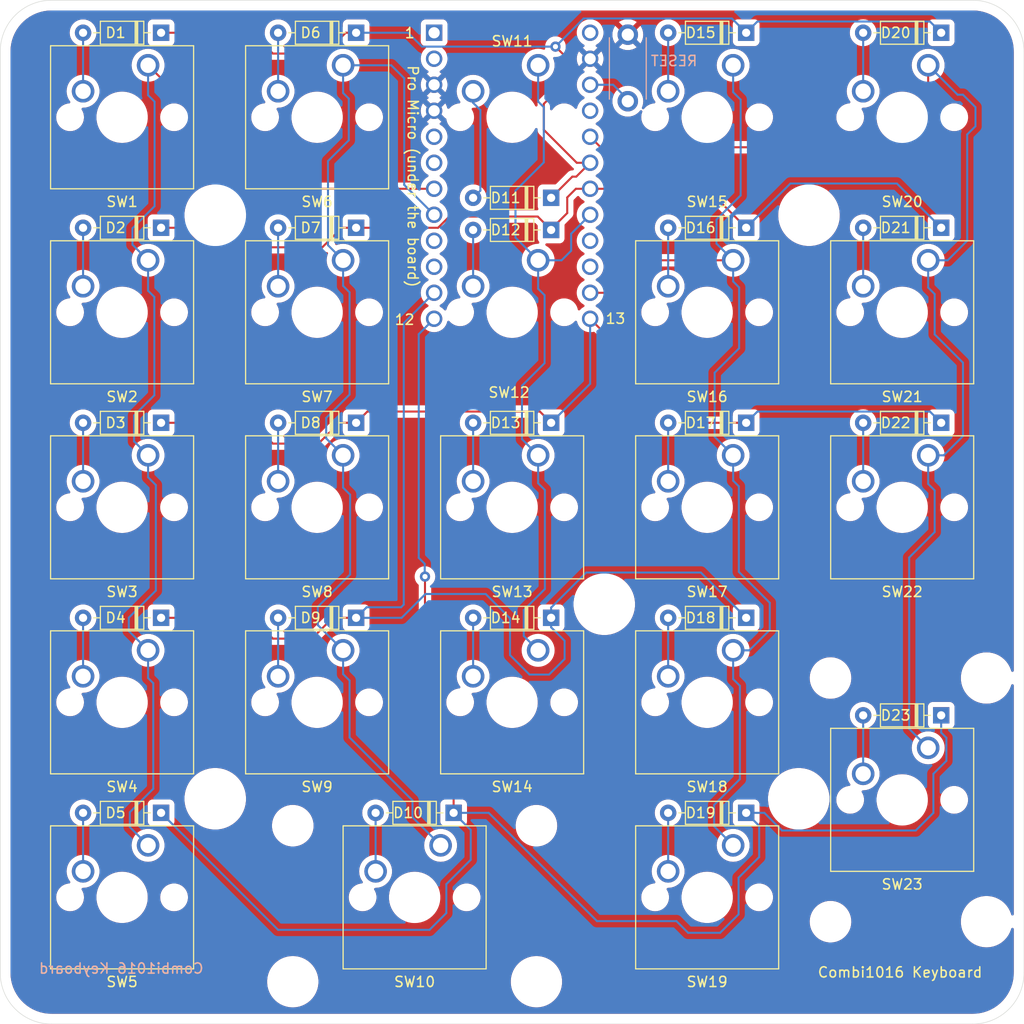
<source format=kicad_pcb>
(kicad_pcb (version 20211014) (generator pcbnew)
  (layers (0 "F.Cu" signal) (31 "B.Cu" signal) (34 "B.Paste" user) (35 "F.Paste" user) (36 "B.SilkS" user "B.Silkscreen") (37 "F.SilkS" user "F.Silkscreen") (38 "B.Mask" user) (39 "F.Mask" user) (44 "Edge.Cuts" user))
  (net 0 "")
  (net 1 "R1")
  (net 2 "Net-(D1-Pad2)")
  (net 3 "R2")
  (net 4 "Net-(D2-Pad2)")
  (net 5 "R3")
  (net 6 "Net-(D3-Pad2)")
  (net 7 "R4")
  (net 8 "Net-(D4-Pad2)")
  (net 9 "R5")
  (net 10 "Net-(D5-Pad2)")
  (net 11 "Net-(D6-Pad2)")
  (net 12 "Net-(D7-Pad2)")
  (net 13 "Net-(D8-Pad2)")
  (net 14 "Net-(D9-Pad2)")
  (net 15 "Net-(D10-Pad2)")
  (net 16 "Net-(D11-Pad2)")
  (net 17 "Net-(D12-Pad2)")
  (net 18 "Net-(D13-Pad2)")
  (net 19 "Net-(D14-Pad2)")
  (net 20 "Net-(D15-Pad2)")
  (net 21 "Net-(D16-Pad2)")
  (net 22 "Net-(D17-Pad2)")
  (net 23 "Net-(D18-Pad2)")
  (net 24 "Net-(D19-Pad2)")
  (net 25 "Net-(D20-Pad2)")
  (net 26 "Net-(D21-Pad2)")
  (net 27 "Net-(D22-Pad2)")
  (net 28 "Net-(D23-Pad2)")
  (net 29 "C1")
  (net 30 "C2")
  (net 31 "C3")
  (net 32 "C4")
  (net 33 "C5")
  (net 34 "Net-(SW24-Pad1)")
  (net 35 "GND")
  (net 43 "VCC")
  (footprint "Diode_THT:D_DO-35_SOD27_P7.62mm_Horizontal" (layer "F.Cu") (at 171.91 114.85 180)
    (fp_text reference "D23")
    (fp_text value "1N4148" hide)
  )
  (footprint "Button_Switch_Keyboard:SW_Cherry_MX_1.00u_PCB" (layer "F.Cu") (at 170.64 89.45)
    (fp_text reference "SW22")
    (fp_text value "SW_Push" hide)
  )
  (footprint "Button_Switch_Keyboard:SW_Cherry_MX_1.00u_PCB" (layer "F.Cu") (at 151.59 51.35)
    (fp_text reference "SW15")
    (fp_text value "SW_Push" hide)
  )
  (footprint "Button_Switch_Keyboard:SW_Cherry_MX_1.00u_PCB" (layer "F.Cu") (at 94.44 89.45)
    (fp_text reference "SW3")
    (fp_text value "SW_Push" hide)
  )
  (footprint "Diode_THT:D_DO-35_SOD27_P7.62mm_Horizontal" (layer "F.Cu") (at 95.71 48.175 180)
    (fp_text reference "D1")
    (fp_text value "1N4148" hide)
  )
  (footprint "Diode_THT:D_DO-35_SOD27_P7.62mm_Horizontal" (layer "F.Cu") (at 114.76 86.275 180)
    (fp_text reference "D8")
    (fp_text value "1N4148" hide)
  )
  (footprint "Diode_THT:D_DO-35_SOD27_P7.62mm_Horizontal" (layer "F.Cu") (at 95.71 105.325 180)
    (fp_text reference "D4")
    (fp_text value "1N4148" hide)
  )
  (footprint "" (layer "F.Cu") (at 159 66)
    (fp_text reference "")
    (fp_text value "")
  )
  (footprint "Diode_THT:D_DO-35_SOD27_P7.62mm_Horizontal" (layer "F.Cu") (at 171.91 86.275 180)
    (fp_text reference "D22")
    (fp_text value "1N4148" hide)
  )
  (footprint "Button_Switch_Keyboard:SW_Cherry_MX_1.00u_PCB" (layer "F.Cu") (at 151.59 127.55)
    (fp_text reference "SW19")
    (fp_text value "SW_Push" hide)
  )
  (footprint "Diode_THT:D_DO-35_SOD27_P7.62mm_Horizontal" (layer "F.Cu") (at 124.285 124.375 180)
    (fp_text reference "D10")
    (fp_text value "1N4148" hide)
  )
  (footprint "Diode_THT:D_DO-35_SOD27_P7.62mm_Horizontal" (layer "F.Cu") (at 171.91 48.175 180)
    (fp_text reference "D20")
    (fp_text value "1N4148" hide)
  )
  (footprint "" (layer "F.Cu") (at 158 123)
    (fp_text reference "")
    (fp_text value "")
  )
  (footprint "Diode_THT:D_DO-35_SOD27_P7.62mm_Horizontal" (layer "F.Cu") (at 95.71 124.375 180)
    (fp_text reference "D5")
    (fp_text value "1N4148" hide)
  )
  (footprint "Diode_THT:D_DO-35_SOD27_P7.62mm_Horizontal" (layer "F.Cu") (at 133.81 86.275 180)
    (fp_text reference "D13")
    (fp_text value "1N4148" hide)
  )
  (footprint "Button_Switch_Keyboard:SW_Cherry_MX_1.00u_PCB" (layer "F.Cu") (at 113.49 70.4)
    (fp_text reference "SW7")
    (fp_text value "SW_Push" hide)
  )
  (footprint "Diode_THT:D_DO-35_SOD27_P7.62mm_Horizontal" (layer "F.Cu") (at 152.86 67.225 180)
    (fp_text reference "D16")
    (fp_text value "1N4148" hide)
  )
  (footprint "Module:ProMicro" (layer "F.Cu") (at 130 62.145 -90)
    (fp_text reference "U1" hide)
    (fp_text value "ProMicro" hide)
  )
  (footprint "Button_Switch_Keyboard:SW_Cherry_MX_1.00u_PCB" (layer "F.Cu") (at 151.59 108.5)
    (fp_text reference "SW18")
    (fp_text value "SW_Push" hide)
  )
  (footprint "Button_Switch_Keyboard:SW_Cherry_MX_1.00u_PCB" (layer "F.Cu") (at 94.44 127.55)
    (fp_text reference "SW5")
    (fp_text value "SW_Push" hide)
  )
  (footprint "Diode_THT:D_DO-35_SOD27_P7.62mm_Horizontal" (layer "F.Cu") (at 114.76 67.225 180)
    (fp_text reference "D7")
    (fp_text value "1N4148" hide)
  )
  (footprint "Diode_THT:D_DO-35_SOD27_P7.62mm_Horizontal" (layer "F.Cu") (at 171.91 67.225 180)
    (fp_text reference "D21")
    (fp_text value "1N4148" hide)
  )
  (footprint "" (layer "F.Cu") (at 101 66)
    (fp_text reference "")
    (fp_text value "")
  )
  (footprint "" (layer "F.Cu") (at 139 104)
    (fp_text reference "")
    (fp_text value "")
  )
  (footprint "Button_Switch_Keyboard:SW_Cherry_MX_1.00u_PCB" (layer "F.Cu") (at 132.54 70.4)
    (fp_text reference "SW12" hide)
    (fp_text value "SW_Push" hide)
  )
  (footprint "Button_Switch_Keyboard:SW_Cherry_MX_1.00u_PCB" (layer "F.Cu") (at 151.59 70.4)
    (fp_text reference "SW16")
    (fp_text value "SW_Push" hide)
  )
  (footprint "Button_Switch_Keyboard:SW_Cherry_MX_1.00u_PCB" (layer "F.Cu") (at 132.54 89.45)
    (fp_text reference "SW13")
    (fp_text value "SW_Push" hide)
  )
  (footprint "Diode_THT:D_DO-35_SOD27_P7.62mm_Horizontal" (layer "F.Cu") (at 133.81 64.3 180)
    (fp_text reference "D11")
    (fp_text value "1N4148" hide)
  )
  (footprint "Diode_THT:D_DO-35_SOD27_P7.62mm_Horizontal" (layer "F.Cu") (at 152.86 86.275 180)
    (fp_text reference "D17")
    (fp_text value "1N4148" hide)
  )
  (footprint "Button_Switch_Keyboard:SW_Cherry_MX_1.00u_PCB" (layer "F.Cu") (at 94.44 108.5)
    (fp_text reference "SW4")
    (fp_text value "SW_Push" hide)
  )
  (footprint "Button_Switch_Keyboard:SW_Cherry_MX_1.00u_PCB" (layer "F.Cu") (at 113.49 51.35)
    (fp_text reference "SW6")
    (fp_text value "SW_Push" hide)
  )
  (footprint "Button_Switch_Keyboard:SW_Cherry_MX_1.00u_PCB" (layer "F.Cu") (at 113.49 108.5)
    (fp_text reference "SW9")
    (fp_text value "SW_Push" hide)
  )
  (footprint "Button_Switch_Keyboard:SW_Cherry_MX_1.00u_PCB" (layer "F.Cu") (at 170.64 70.4)
    (fp_text reference "SW21")
    (fp_text value "SW_Push" hide)
  )
  (footprint "Diode_THT:D_DO-35_SOD27_P7.62mm_Horizontal" (layer "F.Cu") (at 95.71 67.225 180)
    (fp_text reference "D2")
    (fp_text value "1N4148" hide)
  )
  (footprint "Button_Switch_Keyboard:SW_Cherry_MX_1.00u_PCB" (layer "F.Cu") (at 170.64 51.35)
    (fp_text reference "SW20")
    (fp_text value "SW_Push" hide)
  )
  (footprint "" (layer "F.Cu") (at 101 123)
    (fp_text reference "")
    (fp_text value "")
  )
  (footprint "Diode_THT:D_DO-35_SOD27_P7.62mm_Horizontal" (layer "F.Cu") (at 133.81 67.437 180)
    (fp_text reference "D12")
    (fp_text value "1N4148" hide)
  )
  (footprint "Diode_THT:D_DO-35_SOD27_P7.62mm_Horizontal" (layer "F.Cu") (at 114.76 105.325 180)
    (fp_text reference "D9")
    (fp_text value "1N4148" hide)
  )
  (footprint "Button_Switch_Keyboard:SW_Cherry_MX_1.00u_PCB" (layer "F.Cu") (at 151.59 89.45)
    (fp_text reference "SW17")
    (fp_text value "SW_Push" hide)
  )
  (footprint "Button_Switch_Keyboard:SW_Cherry_MX_2.00u_Vertical_PCB" (layer "F.Cu") (at 170.64 118.025)
    (fp_text reference "SW23")
    (fp_text value "SW_Push" hide)
  )
  (footprint "Button_Switch_Keyboard:SW_Cherry_MX_1.00u_PCB" (layer "F.Cu") (at 113.49 89.45)
    (fp_text reference "SW8")
    (fp_text value "SW_Push" hide)
  )
  (footprint "Diode_THT:D_DO-35_SOD27_P7.62mm_Horizontal" (layer "F.Cu") (at 152.86 105.325 180)
    (fp_text reference "D18")
    (fp_text value "1N4148" hide)
  )
  (footprint "Button_Switch_Keyboard:SW_Cherry_MX_1.00u_PCB" (layer "F.Cu") (at 132.54 108.5)
    (fp_text reference "SW14")
    (fp_text value "SW_Push" hide)
  )
  (footprint "Button_Switch_Keyboard:SW_Cherry_MX_2.00u_PCB" (layer "F.Cu") (at 123.015 127.55)
    (fp_text reference "SW10")
    (fp_text value "SW_Push" hide)
  )
  (footprint "Diode_THT:D_DO-35_SOD27_P7.62mm_Horizontal" (layer "F.Cu") (at 95.71 86.275 180)
    (fp_text reference "D3")
    (fp_text value "1N4148" hide)
  )
  (footprint "Diode_THT:D_DO-35_SOD27_P7.62mm_Horizontal" (layer "F.Cu") (at 114.76 48.175 180)
    (fp_text reference "D6")
    (fp_text value "1N4148" hide)
  )
  (footprint "Button_Switch_Keyboard:SW_Cherry_MX_1.00u_PCB" (layer "F.Cu") (at 132.54 51.35)
    (fp_text reference "SW11")
    (fp_text value "SW_Push" hide)
  )
  (footprint "Diode_THT:D_DO-35_SOD27_P7.62mm_Horizontal" (layer "F.Cu") (at 133.81 105.325 180)
    (fp_text reference "D14")
    (fp_text value "1N4148" hide)
  )
  (footprint "Button_Switch_Keyboard:SW_Cherry_MX_1.00u_PCB" (layer "F.Cu") (at 94.44 51.35)
    (fp_text reference "SW1")
    (fp_text value "SW_Push" hide)
  )
  (footprint "Button_Switch_Keyboard:SW_Cherry_MX_1.00u_PCB" (layer "F.Cu") (at 94.44 70.4)
    (fp_text reference "SW2")
    (fp_text value "SW_Push" hide)
  )
  (footprint "Diode_THT:D_DO-35_SOD27_P7.62mm_Horizontal" (layer "F.Cu") (at 152.86 48.175 180)
    (fp_text reference "D15")
    (fp_text value "1N4148" hide)
  )
  (footprint "Diode_THT:D_DO-35_SOD27_P7.62mm_Horizontal" (layer "F.Cu") (at 152.86 124.375 180)
    (fp_text reference "D19")
    (fp_text value "1N4148" hide)
  )
  (footprint "mylibrary:single_tact_sw" (layer "B.Cu") (at 141.3002 54.8616)
    (fp_text reference "SW24" hide)
    (fp_text value "SW_Push" hide)
  )
  (gr_arc (start 180 140) (mid 178.535534 143.535534) (end 175 145) (layer "Edge.Cuts") (width 0.05))
  (gr_line (start 175 45) (end 85 45) (layer "Edge.Cuts") (width 0.05))
  (gr_arc (start 175 45) (mid 178.535534 46.464466) (end 180 50) (layer "Edge.Cuts") (width 0.05))
  (gr_line (start 180 140) (end 180 50) (layer "Edge.Cuts") (width 0.05))
  (gr_line (start 85 145) (end 175 145) (layer "Edge.Cuts") (width 0.05))
  (gr_arc (start 80 50) (mid 81.464466 46.464466) (end 85 45) (layer "Edge.Cuts") (width 0.05))
  (gr_arc (start 85 145) (mid 81.464466 143.535534) (end 80 140) (layer "Edge.Cuts") (width 0.05))
  (gr_line (start 80 50) (end 80 140) (layer "Edge.Cuts") (width 0.05))
  (gr_text "Combi1016 Keyboard" (at 91.821 139.573) (layer "B.SilkS") (effects (font (size 1 1)) (justify mirror)))
  (gr_text "RESET" (at 145.8214 50.927) (layer "B.SilkS") (effects (font (size 1 1)) (justify mirror)))
  (gr_text "12" (at 119.5 76.2) (layer "F.SilkS") (effects (font (size 1 1))))
  (gr_text "Pro Micro (under the board)" (at 120.3 62.2 -90) (layer "F.SilkS") (effects (font (size 1 1))))
  (gr_text "1" (at 120 48.2) (layer "F.SilkS") (effects (font (size 1 1))))
  (gr_text "SW12" (at 129.7 83.312) (layer "F.SilkS") (effects (font (size 1 1))))
  (gr_text "13" (at 140.1 76.1) (layer "F.SilkS") (effects (font (size 1 1))))
  (gr_text "Combi1016 Keyboard" (at 167.894 139.954) (layer "F.SilkS") (effects (font (size 1 1))))
  (segment (start 113.744 48.175) (end 114.76 48.175) (width 0.2) (layer "F.Cu") (net 1))
  (segment (start 104.6 48.175) (end 106.632 50.207) (width 0.2) (layer "F.Cu") (net 1))
  (segment (start 136.313 60.875) (end 137.62 60.875) (width 0.2) (layer "F.Cu") (net 1))
  (segment (start 135.382 52.832) (end 133.096 55.118) (width 0.2) (layer "F.Cu") (net 1))
  (segment (start 134.239 49.53) (end 135.382 50.673) (width 0.2) (layer "F.Cu") (net 1))
  (segment (start 133.096 55.118) (end 133.096 57.658) (width 0.2) (layer "F.Cu") (net 1))
  (segment (start 134.233 49.53) (end 134.239 49.53) (width 0.2) (layer "F.Cu") (net 1))
  (segment (start 133.81 64.3) (end 135.88 62.23) (width 0.2) (layer "F.Cu") (net 1))
  (segment (start 136.265 62.23) (end 137.62 60.875) (width 0.2) (layer "F.Cu") (net 1))
  (segment (start 106.632 50.207) (end 111.712 50.207) (width 0.2) (layer "F.Cu") (net 1))
  (segment (start 135.88 62.23) (end 136.265 62.23) (width 0.2) (layer "F.Cu") (net 1))
  (segment (start 135.382 50.673) (end 135.382 52.832) (width 0.2) (layer "F.Cu") (net 1))
  (segment (start 111.712 50.207) (end 113.744 48.175) (width 0.2) (layer "F.Cu") (net 1))
  (segment (start 133.096 57.658) (end 136.313 60.875) (width 0.2) (layer "F.Cu") (net 1))
  (segment (start 95.71 48.175) (end 104.6 48.175) (width 0.2) (layer "F.Cu") (net 1))
  (via (at 134.233 49.53) (size 1) (drill 0.5) (layers "F.Cu" "B.Cu") (net 1))
  (segment (start 121.195 49.53) (end 134.233 49.53) (width 0.2) (layer "B.Cu") (net 1))
  (segment (start 151.463 46.778) (end 152.86 48.175) (width 0.2) (layer "B.Cu") (net 1))
  (segment (start 153.959511 47.075489) (end 170.810489 47.075489) (width 0.2) (layer "B.Cu") (net 1))
  (segment (start 170.810489 47.075489) (end 171.91 48.175) (width 0.2) (layer "B.Cu") (net 1))
  (segment (start 134.233 49.53) (end 136.985 46.778) (width 0.2) (layer "B.Cu") (net 1))
  (segment (start 114.76 48.175) (end 119.84 48.175) (width 0.2) (layer "B.Cu") (net 1))
  (segment (start 119.84 48.175) (end 121.195 49.53) (width 0.2) (layer "B.Cu") (net 1))
  (segment (start 136.985 46.778) (end 151.463 46.778) (width 0.2) (layer "B.Cu") (net 1))
  (segment (start 152.86 48.175) (end 153.959511 47.075489) (width 0.2) (layer "B.Cu") (net 1))
  (segment (start 88.09 48.175) (end 88.09 53.89) (width 0.2) (layer "B.Cu") (net 2))
  (segment (start 114.76 67.225) (end 122.763954 67.225) (width 0.2) (layer "F.Cu") (net 3))
  (segment (start 150.193 64.558) (end 143.589 64.558) (width 0.2) (layer "F.Cu") (net 3))
  (segment (start 99.746614 69.13) (end 97.841614 67.225) (width 0.2) (layer "F.Cu") (net 3))
  (segment (start 97.841614 67.225) (end 95.71 67.225) (width 0.2) (layer "F.Cu") (net 3))
  (segment (start 114.76 67.225) (end 113.363 67.225) (width 0.2) (layer "F.Cu") (net 3))
  (segment (start 122.763954 67.225) (end 123.863465 66.125489) (width 0.2) (layer "F.Cu") (net 3))
  (segment (start 135.382 64.262) (end 135.382 65.786) (width 0.2) (layer "F.Cu") (net 3))
  (segment (start 137.62 63.415) (end 136.229 63.415) (width 0.2) (layer "F.Cu") (net 3))
  (segment (start 113.363 67.225) (end 111.458 69.13) (width 0.2) (layer "F.Cu") (net 3))
  (segment (start 133.81 67.437) (end 132.498489 66.125489) (width 0.2) (layer "F.Cu") (net 3))
  (segment (start 143.589 64.558) (end 142.446 63.415) (width 0.2) (layer "F.Cu") (net 3))
  (segment (start 152.86 67.225) (end 150.193 64.558) (width 0.2) (layer "F.Cu") (net 3))
  (segment (start 142.446 63.415) (end 137.62 63.415) (width 0.2) (layer "F.Cu") (net 3))
  (segment (start 132.498489 66.125489) (end 123.863465 66.125489) (width 0.2) (layer "F.Cu") (net 3))
  (segment (start 133.81 67.358) (end 133.81 67.437) (width 0.2) (layer "F.Cu") (net 3))
  (segment (start 136.229 63.415) (end 135.382 64.262) (width 0.2) (layer "F.Cu") (net 3))
  (segment (start 111.458 69.13) (end 99.746614 69.13) (width 0.2) (layer "F.Cu") (net 3))
  (segment (start 135.382 65.786) (end 133.81 67.358) (width 0.2) (layer "F.Cu") (net 3))
  (segment (start 157.184521 62.900479) (end 152.86 67.225) (width 0.2) (layer "B.Cu") (net 3))
  (segment (start 171.91 67.225) (end 167.585479 62.900479) (width 0.2) (layer "B.Cu") (net 3))
  (segment (start 167.585479 62.900479) (end 157.184521 62.900479) (width 0.2) (layer "B.Cu") (net 3))
  (segment (start 88.09 67.225) (end 88.09 72.94) (width 0.2) (layer "B.Cu") (net 4))
  (segment (start 111.077 88.307) (end 113.109 86.275) (width 0.2) (layer "F.Cu") (net 5))
  (segment (start 95.71 86.275) (end 104.6 86.275) (width 0.2) (layer "F.Cu") (net 5))
  (segment (start 133.81 86.275) (end 132.710489 85.175489) (width 0.2) (layer "F.Cu") (net 5))
  (segment (start 106.632 88.307) (end 111.077 88.307) (width 0.2) (layer "F.Cu") (net 5))
  (segment (start 113.109 86.275) (end 114.76 86.275) (width 0.2) (layer "F.Cu") (net 5))
  (segment (start 132.710489 85.175489) (end 115.859511 85.175489) (width 0.2) (layer "F.Cu") (net 5))
  (segment (start 152.86 86.275) (end 147.78 86.275) (width 0.2) (layer "F.Cu") (net 5))
  (segment (start 115.859511 85.175489) (end 114.76 86.275) (width 0.2) (layer "F.Cu") (net 5))
  (segment (start 147.78 86.275) (end 137.62 76.115) (width 0.2) (layer "F.Cu") (net 5))
  (segment (start 104.6 86.275) (end 106.632 88.307) (width 0.2) (layer "F.Cu") (net 5))
  (segment (start 153.959511 85.175489) (end 152.86 86.275) (width 0.2) (layer "B.Cu") (net 5))
  (segment (start 137.62 82.465) (end 133.81 86.275) (width 0.2) (layer "B.Cu") (net 5))
  (segment (start 171.91 86.275) (end 170.810489 85.175489) (width 0.2) (layer "B.Cu") (net 5))
  (segment (start 170.810489 85.175489) (end 153.959511 85.175489) (width 0.2) (layer "B.Cu") (net 5))
  (segment (start 137.62 76.115) (end 137.62 82.465) (width 0.2) (layer "B.Cu") (net 5))
  (segment (start 88.09 86.275) (end 88.09 91.99) (width 0.2) (layer "B.Cu") (net 6))
  (segment (start 106.632 107.357) (end 110.442 107.357) (width 0.2) (layer "F.Cu") (net 7))
  (segment (start 95.71 105.325) (end 104.6 105.325) (width 0.2) (layer "F.Cu") (net 7))
  (segment (start 110.442 107.357) (end 112.474 105.325) (width 0.2) (layer "F.Cu") (net 7))
  (segment (start 112.474 105.325) (end 114.76 105.325) (width 0.2) (layer "F.Cu") (net 7))
  (segment (start 104.6 105.325) (end 106.632 107.357) (width 0.2) (layer "F.Cu") (net 7))
  (segment (start 129.6855 105.2645) (end 129.794 105.373) (width 0.2) (layer "B.Cu") (net 7))
  (segment (start 119.1514 104.2924) (end 115.7926 104.2924) (width 0.2) (layer "B.Cu") (net 7))
  (segment (start 135.128 109.347) (end 135.128 107.569) (width 0.2) (layer "B.Cu") (net 7))
  (segment (start 119.416701 104.027099) (end 119.1514 104.2924) (width 0.2) (layer "B.Cu") (net 7))
  (segment (start 133.607 110.868) (end 135.128 109.347) (width 0.2) (layer "B.Cu") (net 7))
  (segment (start 131.696 110.868) (end 133.607 110.868) (width 0.2) (layer "B.Cu") (net 7))
  (segment (start 129.6855 105.2645) (end 129.746 105.325) (width 0.2) (layer "B.Cu") (net 7))
  (segment (start 115.7926 104.2924) (end 114.76 105.325) (width 0.2) (layer "B.Cu") (net 7))
  (segment (start 152.86 105.325) (end 148.435479 100.900479) (width 0.2) (layer "B.Cu") (net 7))
  (segment (start 121.533 102.997) (end 127.418 102.997) (width 0.2) (layer "B.Cu") (net 7))
  (segment (start 135.128 107.569) (end 133.81 106.251) (width 0.2) (layer "B.Cu") (net 7))
  (segment (start 137.234521 100.900479) (end 133.81 104.325) (width 0.2) (layer "B.Cu") (net 7))
  (segment (start 119.416701 76.538299) (end 119.416701 104.027099) (width 0.2) (layer "B.Cu") (net 7))
  (segment (start 148.435479 100.900479) (end 137.234521 100.900479) (width 0.2) (layer "B.Cu") (net 7))
  (segment (start 129.794 108.966) (end 131.696 110.868) (width 0.2) (layer "B.Cu") (net 7))
  (segment (start 127.418 102.997) (end 129.6855 105.2645) (width 0.2) (layer "B.Cu") (net 7))
  (segment (start 133.81 106.251) (end 133.81 105.325) (width 0.2) (layer "B.Cu") (net 7))
  (segment (start 129.794 105.373) (end 129.794 108.966) (width 0.2) (layer "B.Cu") (net 7))
  (segment (start 122.38 73.575) (end 119.416701 76.538299) (width 0.2) (layer "B.Cu") (net 7))
  (segment (start 119.205 105.325) (end 121.533 102.997) (width 0.2) (layer "B.Cu") (net 7))
  (segment (start 133.81 104.325) (end 133.81 105.325) (width 0.2) (layer "B.Cu") (net 7))
  (segment (start 114.76 105.325) (end 119.205 105.325) (width 0.2) (layer "B.Cu") (net 7))
  (segment (start 88.09 105.325) (end 88.09 111.04) (width 0.2) (layer "B.Cu") (net 8))
  (segment (start 121.4882 119.4192) (end 124.285 122.216) (width 0.2) (layer "F.Cu") (net 9))
  (segment (start 121.4882 101.2952) (end 121.4882 119.4192) (width 0.2) (layer "F.Cu") (net 9))
  (segment (start 124.285 122.216) (end 124.285 124.375) (width 0.2) (layer "F.Cu") (net 9))
  (via (at 121.4882 101.2952) (size 1) (drill 0.5) (layers "F.Cu" "B.Cu") (net 9))
  (segment (start 121.4628 100.0506) (end 121.4628 101.2698) (width 0.2) (layer "B.Cu") (net 9))
  (segment (start 121.9288 135.805) (end 107.14 135.805) (width 0.2) (layer "B.Cu") (net 9))
  (segment (start 171.91 116.538) (end 171.91 114.85) (width 0.2) (layer "B.Cu") (net 9))
  (segment (start 121.4628 101.2698) (end 121.4882 101.2952) (width 0.2) (layer "B.Cu") (net 9))
  (segment (start 172.418 117.046) (end 171.91 116.538) (width 0.2) (layer "B.Cu") (net 9))
  (segment (start 146.05 134.9502) (end 138.2892 134.9502) (width 0.2) (layer "B.Cu") (net 9))
  (segment (start 154.13 125.645) (end 154.13 128.693) (width 0.2) (layer "B.Cu") (net 9))
  (segment (start 172.418 119.295) (end 172.418 117.046) (width 0.2) (layer "B.Cu") (net 9))
  (segment (start 124.285 124.375) (end 125.9586 126.0486) (width 0.2) (layer "B.Cu") (net 9))
  (segment (start 154.638 124.375) (end 156.362521 126.099521) (width 0.2) (layer "B.Cu") (net 9))
  (segment (start 138.2892 134.9502) (end 127.714 124.375) (width 0.2) (layer "B.Cu") (net 9))
  (segment (start 171.148 124.375) (end 171.148 120.565) (width 0.2) (layer "B.Cu") (net 9))
  (segment (start 127.714 124.375) (end 124.285 124.375) (width 0.2) (layer "B.Cu") (net 9))
  (segment (start 153.114 129.709) (end 153.114 129.715) (width 0.2) (layer "B.Cu") (net 9))
  (segment (start 153.114 129.715) (end 152.1206 130.7084) (width 0.2) (layer "B.Cu") (net 9))
  (segment (start 152.86 124.375) (end 154.13 125.645) (width 0.2) (layer "B.Cu") (net 9))
  (segment (start 147.193 136.0932) (end 146.05 134.9502) (width 0.2) (layer "B.Cu") (net 9))
  (segment (start 152.1206 134.2898) (end 150.3172 136.0932) (width 0.2) (layer "B.Cu") (net 9))
  (segment (start 171.148 120.565) (end 172.418 119.295) (width 0.2) (layer "B.Cu") (net 9))
  (segment (start 152.1206 130.7084) (end 152.1206 134.2898) (width 0.2) (layer "B.Cu") (net 9))
  (segment (start 120.8786 77.6164) (end 120.8786 99.4664) (width 0.2) (layer "B.Cu") (net 9))
  (segment (start 150.3172 136.0932) (end 147.193 136.0932) (width 0.2) (layer "B.Cu") (net 9))
  (segment (start 125.9586 126.0486) (end 125.9586 128.9558) (width 0.2) (layer "B.Cu") (net 9))
  (segment (start 107.14 135.805) (end 95.71 124.375) (width 0.2) (layer "B.Cu") (net 9))
  (segment (start 156.362521 126.099521) (end 169.423479 126.099521) (width 0.2) (layer "B.Cu") (net 9))
  (segment (start 125.9586 128.9558) (end 123.571 131.3434) (width 0.2) (layer "B.Cu") (net 9))
  (segment (start 154.13 128.693) (end 153.114 129.709) (width 0.2) (layer "B.Cu") (net 9))
  (segment (start 123.571 131.3434) (end 123.571 134.1628) (width 0.2) (layer "B.Cu") (net 9))
  (segment (start 169.423479 126.099521) (end 171.148 124.375) (width 0.2) (layer "B.Cu") (net 9))
  (segment (start 123.571 134.1628) (end 121.9288 135.805) (width 0.2) (layer "B.Cu") (net 9))
  (segment (start 152.86 124.375) (end 154.638 124.375) (width 0.2) (layer "B.Cu") (net 9))
  (segment (start 120.8786 99.4664) (end 121.4628 100.0506) (width 0.2) (layer "B.Cu") (net 9))
  (segment (start 122.38 76.115) (end 120.8786 77.6164) (width 0.2) (layer "B.Cu") (net 9))
  (segment (start 88.09 124.375) (end 88.09 130.09) (width 0.2) (layer "B.Cu") (net 10))
  (segment (start 107.14 48.175) (end 107.14 53.89) (width 0.2) (layer "B.Cu") (net 11))
  (segment (start 107.14 67.225) (end 107.14 72.94) (width 0.2) (layer "B.Cu") (net 12))
  (segment (start 107.14 86.275) (end 107.14 91.99) (width 0.2) (layer "B.Cu") (net 13))
  (segment (start 107.14 105.325) (end 107.14 111.04) (width 0.2) (layer "B.Cu") (net 14))
  (segment (start 116.665 124.375) (end 116.665 130.09) (width 0.2) (layer "B.Cu") (net 15))
  (segment (start 126.8984 63.5916) (end 126.19 64.3) (width 0.2) (layer "B.Cu") (net 16))
  (segment (start 126.19 55.0192) (end 126.8984 55.7276) (width 0.2) (layer "B.Cu") (net 16))
  (segment (start 126.8984 55.7276) (end 126.8984 63.5916) (width 0.2) (layer "B.Cu") (net 16))
  (segment (start 126.19 53.89) (end 126.19 55.0192) (width 0.2) (layer "B.Cu") (net 16))
  (segment (start 126.19 67.437) (end 126.19 72.94) (width 0.2) (layer "B.Cu") (net 17))
  (segment (start 126.19 86.275) (end 126.19 91.99) (width 0.2) (layer "B.Cu") (net 18))
  (segment (start 126.19 105.325) (end 126.19 111.04) (width 0.2) (layer "B.Cu") (net 19))
  (segment (start 145.24 48.175) (end 145.24 53.89) (width 0.2) (layer "B.Cu") (net 20))
  (segment (start 145.24 67.225) (end 145.24 72.94) (width 0.2) (layer "B.Cu") (net 21))
  (segment (start 145.24 91.99) (end 145.24 86.275) (width 0.2) (layer "B.Cu") (net 22))
  (segment (start 145.24 111.04) (end 145.24 105.325) (width 0.2) (layer "B.Cu") (net 23))
  (segment (start 145.24 130.09) (end 145.24 124.375) (width 0.2) (layer "B.Cu") (net 24))
  (segment (start 164.29 48.175) (end 164.29 53.89) (width 0.2) (layer "B.Cu") (net 25))
  (segment (start 164.29 72.94) (end 164.29 67.225) (width 0.2) (layer "B.Cu") (net 26))
  (segment (start 164.29 91.99) (end 164.29 86.275) (width 0.2) (layer "B.Cu") (net 27))
  (segment (start 164.29 120.565) (end 164.29 114.85) (width 0.2) (layer "B.Cu") (net 28))
  (segment (start 101.092 62.2808) (end 99.0346 60.2234) (width 0.2) (layer "F.Cu") (net 29))
  (segment (start 96.3168 52.6288) (end 95.7188 52.6288) (width 0.2) (layer "F.Cu") (net 29))
  (segment (start 122.38 63.415) (end 104.1566 63.415) (width 0.2) (layer "F.Cu") (net 29))
  (segment (start 103.0224 62.2808) (end 101.092 62.2808) (width 0.2) (layer "F.Cu") (net 29))
  (segment (start 99.0346 55.3466) (end 96.3168 52.6288) (width 0.2) (layer "F.Cu") (net 29))
  (segment (start 99.0346 60.2234) (end 99.0346 55.3466) (width 0.2) (layer "F.Cu") (net 29))
  (segment (start 95.7188 52.6288) (end 94.44 51.35) (width 0.2) (layer "F.Cu") (net 29))
  (segment (start 104.1566 63.415) (end 103.0224 62.2808) (width 0.2) (layer "F.Cu") (net 29))
  (segment (start 94.9452 122.0216) (end 92.6592 124.3076) (width 0.2) (layer "B.Cu") (net 29))
  (segment (start 92.916 67.2758) (end 95.075 65.1168) (width 0.2) (layer "B.Cu") (net 29))
  (segment (start 95.1992 92.3544) (end 95.1992 102.6668) (width 0.2) (layer "B.Cu") (net 29))
  (segment (start 95.0496 73.9814) (end 95.0496 83.5826) (width 0.2) (layer "B.Cu") (net 29))
  (segment (start 92.916 68.876) (end 94.44 70.4) (width 0.2) (layer "B.Cu") (net 29))
  (segment (start 94.44 91.5952) (end 95.1992 92.3544) (width 0.2) (layer "B.Cu") (net 29))
  (segment (start 94.44 70.4) (end 94.44 73.3718) (width 0.2) (layer "B.Cu") (net 29))
  (segment (start 94.44 54.271) (end 94.44 51.35) (width 0.2) (layer "B.Cu") (net 29))
  (segment (start 92.6592 124.3076) (end 92.6592 125.7692) (width 0.2) (layer "B.Cu") (net 29))
  (segment (start 92.5576 105.3084) (end 92.5576 106.6176) (width 0.2) (layer "B.Cu") (net 29))
  (segment (start 93.0938 88.1038) (end 94.44 89.45) (width 0.2) (layer "B.Cu") (net 29))
  (segment (start 94.9452 111.7092) (end 94.9452 122.0216) (width 0.2) (layer "B.Cu") (net 29))
  (segment (start 94.44 111.204) (end 94.9452 111.7092) (width 0.2) (layer "B.Cu") (net 29))
  (segment (start 94.44 108.5) (end 94.44 111.204) (width 0.2) (layer "B.Cu") (net 29))
  (segment (start 95.075 65.1168) (end 95.075 54.906) (width 0.2) (layer "B.Cu") (net 29))
  (segment (start 92.916 68.876) (end 92.916 67.2758) (width 0.2) (layer "B.Cu") (net 29))
  (segment (start 95.0496 83.5826) (end 93.0684 85.5638) (width 0.2) (layer "B.Cu") (net 29))
  (segment (start 92.6592 125.7692) (end 94.44 127.55) (width 0.2) (layer "B.Cu") (net 29))
  (segment (start 95.075 54.906) (end 94.44 54.271) (width 0.2) (layer "B.Cu") (net 29))
  (segment (start 92.5576 106.6176) (end 94.44 108.5) (width 0.2) (layer "B.Cu") (net 29))
  (segment (start 93.0684 85.5638) (end 93.0684 88.1038) (width 0.2) (layer "B.Cu") (net 29))
  (segment (start 95.1992 102.6668) (end 92.5576 105.3084) (width 0.2) (layer "B.Cu") (net 29))
  (segment (start 93.0684 88.1038) (end 93.0938 88.1038) (width 0.2) (layer "B.Cu") (net 29))
  (segment (start 94.44 73.3718) (end 95.0496 73.9814) (width 0.2) (layer "B.Cu") (net 29))
  (segment (start 94.44 89.45) (end 94.44 91.5952) (width 0.2) (layer "B.Cu") (net 29))
  (segment (start 114.1222 73.533) (end 114.1222 83.5152) (width 0.2) (layer "B.Cu") (net 30))
  (segment (start 113.4872 91.6432) (end 113.4872 92.6084) (width 0.2) (layer "B.Cu") (net 30))
  (segment (start 113.49 70.4) (end 112.014 68.924) (width 0.2) (layer "B.Cu") (net 30))
  (segment (start 122.38 65.955) (end 119.459 63.034) (width 0.2) (layer "B.Cu") (net 30))
  (segment (start 114.173 101.092) (end 111.0234 104.2416) (width 0.2) (layer "B.Cu") (net 30))
  (segment (start 113.4872 92.6084) (end 114.173 93.2942) (width 0.2) (layer "B.Cu") (net 30))
  (segment (start 114.046 54.61) (end 113.49 54.054) (width 0.2) (layer "B.Cu") (net 30))
  (segment (start 112.014 68.924) (end 112.014 60.706) (width 0.2) (layer "B.Cu") (net 30))
  (segment (start 120.269 124.804) (end 123.015 127.55) (width 0.2) (layer "B.Cu") (net 30))
  (segment (start 114.1222 111.4552) (end 114.1222 117.0178) (width 0.2) (layer "B.Cu") (net 30))
  (segment (start 111.0234 104.2416) (end 111.0234 106.0334) (width 0.2) (layer "B.Cu") (net 30))
  (segment (start 113.49 91.6404) (end 113.4872 91.6432) (width 0.2) (layer "B.Cu") (net 30))
  (segment (start 111.0234 106.0334) (end 113.49 108.5) (width 0.2) (layer "B.Cu") (net 30))
  (segment (start 114.1222 83.5152) (end 111.8362 85.8012) (width 0.2) (layer "B.Cu") (net 30))
  (segment (start 113.49 54.054) (end 113.49 51.35) (width 0.2) (layer "B.Cu") (net 30))
  (segment (start 118.189 51.35) (end 113.49 51.35) (width 0.2) (layer "B.Cu") (net 30))
  (segment (start 114.1222 117.0178) (end 120.269 123.1646) (width 0.2) (layer "B.Cu") (net 30))
  (segment (start 113.49 110.823) (end 114.1222 111.4552) (width 0.2) (layer "B.Cu") (net 30))
  (segment (start 119.459 52.62) (end 118.189 51.35) (width 0.2) (layer "B.Cu") (net 30))
  (segment (start 120.269 123.1646) (end 120.269 124.804) (width 0.2) (layer "B.Cu") (net 30))
  (segment (start 111.8362 87.7962) (end 113.49 89.45) (width 0.2) (layer "B.Cu") (net 30))
  (segment (start 111.8362 85.8012) (end 111.8362 87.7962) (width 0.2) (layer "B.Cu") (net 30))
  (segment (start 113.49 108.5) (end 113.49 110.823) (width 0.2) (layer "B.Cu") (net 30))
  (segment (start 119.459 63.034) (end 119.459 52.62) (width 0.2) (layer "B.Cu") (net 30))
  (segment (start 113.49 72.9008) (end 114.1222 73.533) (width 0.2) (layer "B.Cu") (net 30))
  (segment (start 114.173 93.2942) (end 114.173 101.092) (width 0.2) (layer "B.Cu") (net 30))
  (segment (start 113.49 70.4) (end 113.49 72.9008) (width 0.2) (layer "B.Cu") (net 30))
  (segment (start 113.49 89.45) (end 113.49 91.6404) (width 0.2) (layer "B.Cu") (net 30))
  (segment (start 112.014 60.706) (end 114.046 58.674) (width 0.2) (layer "B.Cu") (net 30))
  (segment (start 114.046 58.674) (end 114.046 54.61) (width 0.2) (layer "B.Cu") (net 30))
  (segment (start 130.3274 63.6016) (end 133.096 60.833) (width 0.2) (layer "B.Cu") (net 31))
  (segment (start 135.763 69.469) (end 134.832 70.4) (width 0.2) (layer "B.Cu") (net 31))
  (segment (start 134.832 70.4) (end 132.54 70.4) (width 0.2) (layer "B.Cu") (net 31))
  (segment (start 135.763 67.812) (end 135.763 69.469) (width 0.2) (layer "B.Cu") (net 31))
  (segment (start 132.54 70.4) (end 130.3274 68.1874) (width 0.2) (layer "B.Cu") (net 31))
  (segment (start 133.1722 73.8124) (end 132.54 73.1802) (width 0.2) (layer "B.Cu") (net 31))
  (segment (start 133.1976 92.837) (end 133.1976 102.5144) (width 0.2) (layer "B.Cu") (net 31))
  (segment (start 131.1402 104.5718) (end 131.1402 107.1002) (width 0.2) (layer "B.Cu") (net 31))
  (segment (start 132.54 54.8922) (end 132.54 51.35) (width 0.2) (layer "B.Cu") (net 31))
  (segment (start 133.1976 102.5144) (end 131.1402 104.5718) (width 0.2) (layer "B.Cu") (net 31))
  (segment (start 132.54 89.45) (end 132.54 92.1794) (width 0.2) (layer "B.Cu") (net 31))
  (segment (start 132.54 89.45) (end 130.9624 87.8724) (width 0.2) (layer "B.Cu") (net 31))
  (segment (start 132.54 92.1794) (end 133.1976 92.837) (width 0.2) (layer "B.Cu") (net 31))
  (segment (start 133.096 55.4482) (end 132.54 54.8922) (width 0.2) (layer "B.Cu") (net 31))
  (segment (start 132.54 73.1802) (end 132.54 70.4) (width 0.2) (layer "B.Cu") (net 31))
  (segment (start 133.1722 80.4418) (end 133.1722 73.8124) (width 0.2) (layer "B.Cu") (net 31))
  (segment (start 131.1402 107.1002) (end 132.54 108.5) (width 0.2) (layer "B.Cu") (net 31))
  (segment (start 130.9624 82.6516) (end 133.1722 80.4418) (width 0.2) (layer "B.Cu") (net 31))
  (segment (start 137.62 65.955) (end 135.763 67.812) (width 0.2) (layer "B.Cu") (net 31))
  (segment (start 133.096 60.833) (end 133.096 55.4482) (width 0.2) (layer "B.Cu") (net 31))
  (segment (start 130.3274 68.1874) (end 130.3274 63.6016) (width 0.2) (layer "B.Cu") (net 31))
  (segment (start 130.9624 87.8724) (end 130.9624 82.6516) (width 0.2) (layer "B.Cu") (net 31))
  (segment (start 143.3156 70.4) (end 151.59 70.4) (width 0.2) (layer "F.Cu") (net 32))
  (segment (start 137.62 73.575) (end 140.1406 73.575) (width 0.2) (layer "F.Cu") (net 32))
  (segment (start 140.1406 73.575) (end 143.3156 70.4) (width 0.2) (layer "F.Cu") (net 32))
  (segment (start 151.59 111.3056) (end 152.2476 111.9632) (width 0.2) (layer "B.Cu") (net 32))
  (segment (start 149.733 125.693) (end 151.59 127.55) (width 0.2) (layer "B.Cu") (net 32))
  (segment (start 151.59 108.5) (end 151.59 111.3056) (width 0.2) (layer "B.Cu") (net 32))
  (segment (start 152.1714 73.0504) (end 152.1714 78.994) (width 0.2) (layer "B.Cu") (net 32))
  (segment (start 155.1686 103.8606) (end 155.1686 106.5022) (width 0.2) (layer "B.Cu") (net 32))
  (segment (start 152.3238 64.0588) (end 149.9616 66.421) (width 0.2) (layer "B.Cu") (net 32))
  (segment (start 149.7838 87.6438) (end 151.59 89.45) (width 0.2) (layer "B.Cu") (net 32))
  (segment (start 152.146 92.4814) (end 152.146 100.838) (width 0.2) (layer "B.Cu") (net 32))
  (segment (start 151.59 89.45) (end 151.59 91.9254) (width 0.2) (layer "B.Cu") (net 32))
  (segment (start 149.9616 68.7716) (end 151.59 70.4) (width 0.2) (layer "B.Cu") (net 32))
  (segment (start 149.733 123.5964) (end 149.733 125.693) (width 0.2) (layer "B.Cu") (net 32))
  (segment (start 152.1714 78.994) (end 149.7838 81.3816) (width 0.2) (layer "B.Cu") (net 32))
  (segment (start 149.9616 66.421) (end 149.9616 68.7716) (width 0.2) (layer "B.Cu") (net 32))
  (segment (start 149.7838 81.3816) (end 149.7838 87.6438) (width 0.2) (layer "B.Cu") (net 32))
  (segment (start 151.59 51.35) (end 151.59 53.9778) (width 0.2) (layer "B.Cu") (net 32))
  (segment (start 153.1708 108.5) (end 151.59 108.5) (width 0.2) (layer "B.Cu") (net 32))
  (segment (start 151.59 70.4) (end 151.59 72.469) (width 0.2) (layer "B.Cu") (net 32))
  (segment (start 152.2476 111.9632) (end 152.2476 121.0818) (width 0.2) (layer "B.Cu") (net 32))
  (segment (start 152.2476 121.0818) (end 149.733 123.5964) (width 0.2) (layer "B.Cu") (net 32))
  (segment (start 151.59 72.469) (end 152.1714 73.0504) (width 0.2) (layer "B.Cu") (net 32))
  (segment (start 151.59 91.9254) (end 152.146 92.4814) (width 0.2) (layer "B.Cu") (net 32))
  (segment (start 152.3238 54.7116) (end 152.3238 64.0588) (width 0.2) (layer "B.Cu") (net 32))
  (segment (start 155.1686 106.5022) (end 153.1708 108.5) (width 0.2) (layer "B.Cu") (net 32))
  (segment (start 152.146 100.838) (end 155.1686 103.8606) (width 0.2) (layer "B.Cu") (net 32))
  (segment (start 151.59 53.9778) (end 152.3238 54.7116) (width 0.2) (layer "B.Cu") (net 32))
  (segment (start 170.64 53.2412) (end 171.323 53.9242) (width 0.2) (layer "F.Cu") (net 33))
  (segment (start 170.0276 59.3598) (end 138.6448 59.3598) (width 0.2) (layer "F.Cu") (net 33))
  (segment (start 170.64 51.35) (end 170.64 53.2412) (width 0.2) (layer "F.Cu") (net 33))
  (segment (start 138.6448 59.3598) (end 137.62 58.335) (width 0.2) (layer "F.Cu") (net 33))
  (segment (start 171.323 58.0644) (end 170.0276 59.3598) (width 0.2) (layer "F.Cu") (net 33))
  (segment (start 171.323 53.9242) (end 171.323 58.0644) (width 0.2) (layer "F.Cu") (net 33))
  (segment (start 175.26 55.4482) (end 174.0408 54.229) (width 0.2) (layer "B.Cu") (net 33))
  (segment (start 174.45 58.1124) (end 175.26 57.3024) (width 0.2) (layer "B.Cu") (net 33))
  (segment (start 174.0408 54.229) (end 173.519 54.229) (width 0.2) (layer "B.Cu") (net 33))
  (segment (start 175.26 57.3024) (end 175.26 55.4482) (width 0.2) (layer "B.Cu") (net 33))
  (segment (start 171.275 96.943) (end 171.275 92.879) (width 0.2) (layer "B.Cu") (net 33))
  (segment (start 174.0408 87.5732) (end 172.164 89.45) (width 0.2) (layer "B.Cu") (net 33))
  (segment (start 170.64 73.067) (end 171.275 73.702) (width 0.2) (layer "B.Cu") (net 33))
  (segment (start 171.275 73.702) (end 171.275 77.639) (width 0.2) (layer "B.Cu") (net 33))
  (segment (start 171.275 77.639) (end 174.0408 80.4048) (width 0.2) (layer "B.Cu") (net 33))
  (segment (start 174.45 68.495) (end 174.45 58.1124) (width 0.2) (layer "B.Cu") (net 33))
  (segment (start 171.275 92.879) (end 170.64 92.244) (width 0.2) (layer "B.Cu") (net 33))
  (segment (start 170.64 118.025) (end 168.783 116.168) (width 0.2) (layer "B.Cu") (net 33))
  (segment (start 170.64 92.244) (end 170.64 89.45) (width 0.2) (layer "B.Cu") (net 33))
  (segment (start 168.783 99.435) (end 171.275 96.943) (width 0.2) (layer "B.Cu") (net 33))
  (segment (start 172.164 89.45) (end 170.64 89.45) (width 0.2) (layer "B.Cu") (net 33))
  (segment (start 173.519 54.229) (end 170.64 51.35) (width 0.2) (layer "B.Cu") (net 33))
  (segment (start 172.545 70.4) (end 174.45 68.495) (width 0.2) (layer "B.Cu") (net 33))
  (segment (start 170.64 70.4) (end 172.545 70.4) (width 0.2) (layer "B.Cu") (net 33))
  (segment (start 168.783 116.168) (end 168.783 99.435) (width 0.2) (layer "B.Cu") (net 33))
  (segment (start 170.64 70.4) (end 170.64 73.067) (width 0.2) (layer "B.Cu") (net 33))
  (segment (start 174.0408 80.4048) (end 174.0408 87.5732) (width 0.2) (layer "B.Cu") (net 33))
  (segment (start 139.869 53.255) (end 141.478 54.864) (width 0.2) (layer "B.Cu") (net 34))
  (segment (start 137.62 53.255) (end 139.869 53.255) (width 0.2) (layer "B.Cu") (net 34))
  (zone (net 35) (net_name "GND") (layers F&B.Cu) (connect_pads (clearance 0.508)) (min_thickness 0.254) (fill yes (thermal_gap 0.508) (thermal_bridge_width 0.508))
    (polygon (pts (xy 179 48) (xy 179 142) (xy 177 144) (xy 83 144) (xy 81 142) (xy 81 48) (xy 83 46) (xy 177 46)))
  )
)
</source>
